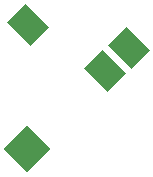
<source format=gbp>
G04 #@! TF.GenerationSoftware,KiCad,Pcbnew,(7.0.0)*
G04 #@! TF.CreationDate,2024-01-17T20:31:31+01:00*
G04 #@! TF.ProjectId,junon-kb,6a756e6f-6e2d-46b6-922e-6b696361645f,rev?*
G04 #@! TF.SameCoordinates,Original*
G04 #@! TF.FileFunction,Paste,Bot*
G04 #@! TF.FilePolarity,Positive*
%FSLAX46Y46*%
G04 Gerber Fmt 4.6, Leading zero omitted, Abs format (unit mm)*
G04 Created by KiCad (PCBNEW (7.0.0)) date 2024-01-17 20:31:31*
%MOMM*%
%LPD*%
G01*
G04 APERTURE LIST*
G04 Aperture macros list*
%AMRotRect*
0 Rectangle, with rotation*
0 The origin of the aperture is its center*
0 $1 length*
0 $2 width*
0 $3 Rotation angle, in degrees counterclockwise*
0 Add horizontal line*
21,1,$1,$2,0,0,$3*%
G04 Aperture macros list end*
%ADD10RotRect,2.794000X2.209800X135.000000*%
%ADD11RotRect,2.794000X2.794000X135.000000*%
G04 APERTURE END LIST*
D10*
X195970311Y-61015644D03*
X189389580Y-57128989D03*
D11*
X189324922Y-67661034D03*
D10*
X197945968Y-59039988D03*
M02*

</source>
